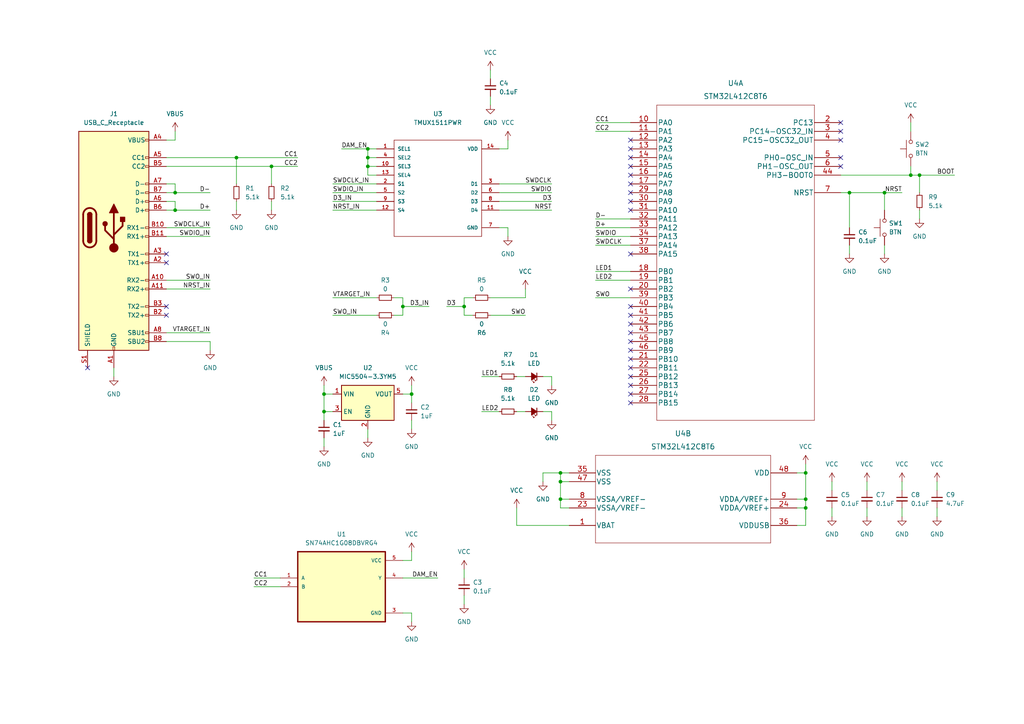
<source format=kicad_sch>
(kicad_sch (version 20211123) (generator eeschema)
  (paper "A4")
  (title_block (title "Debugotron - SWD Sample Target") (date "2022-01-23") (rev "1.0") (company "Quesadillon LLC"))
  (lib_symbols
    (symbol "Connector:USB_C_Receptacle" (pin_names (offset 1.016))
      (property "Reference" "J" (at -10.16 29.21 0))
      (property "Value" "USB_C_Receptacle" (at 10.16 29.21 0))
      (symbol "USB_C_Receptacle_0_0"
        (rectangle (start -0.254 -35.56) (end 0.254 -34.544))
        (rectangle (start 10.16 -32.766) (end 9.144 -33.274))
        (rectangle (start 10.16 -30.226) (end 9.144 -30.734))
        (rectangle (start 10.16 -25.146) (end 9.144 -25.654))
        (rectangle (start 10.16 -22.606) (end 9.144 -23.114))
        (rectangle (start 10.16 -17.526) (end 9.144 -18.034))
        (rectangle (start 10.16 -14.986) (end 9.144 -15.494))
        (rectangle (start 10.16 -9.906) (end 9.144 -10.414))
        (rectangle (start 10.16 -7.366) (end 9.144 -7.874))
        (rectangle (start 10.16 -2.286) (end 9.144 -2.794))
        (rectangle (start 10.16 0.254) (end 9.144 -0.254))
        (rectangle (start 10.16 5.334) (end 9.144 4.826))
        (rectangle (start 10.16 7.874) (end 9.144 7.366))
        (rectangle (start 10.16 10.414) (end 9.144 9.906))
        (rectangle (start 10.16 12.954) (end 9.144 12.446))
        (rectangle (start 10.16 18.034) (end 9.144 17.526))
        (rectangle (start 10.16 20.574) (end 9.144 20.066))
        (rectangle (start 10.16 25.654) (end 9.144 25.146))
      )
      (symbol "USB_C_Receptacle_0_1"
        (rectangle (start -10.16 27.94) (end 10.16 -35.56) (stroke (width 0.254)) (fill (type background)))
        (arc (start -8.89 -3.81) (mid -6.985 -5.715) (end -5.08 -3.81) (stroke (width 0.508)))
        (arc (start -7.62 -3.81) (mid -6.985 -4.445) (end -6.35 -3.81) (stroke (width 0.254)))
        (arc (start -7.62 -3.81) (mid -6.985 -4.445) (end -6.35 -3.81) (stroke (width 0.254)) (fill (type outline)))
        (rectangle (start -7.62 -3.81) (end -6.35 3.81) (stroke (width 0.254)) (fill (type outline)))
        (arc (start -6.35 3.81) (mid -6.985 4.445) (end -7.62 3.81) (stroke (width 0.254)))
        (arc (start -6.35 3.81) (mid -6.985 4.445) (end -7.62 3.81) (stroke (width 0.254)) (fill (type outline)))
        (arc (start -5.08 3.81) (mid -6.985 5.715) (end -8.89 3.81) (stroke (width 0.508)))
        (polyline (pts (xy -8.89 -3.81) (xy -8.89 3.81)) (stroke (width 0.508)))
        (polyline (pts (xy -5.08 3.81) (xy -5.08 -3.81)) (stroke (width 0.508)))
      )
      (symbol "USB_C_Receptacle_1_1"
        (circle (center -2.54 1.143) (radius 0.635) (stroke (width 0.254)) (fill (type outline)))
        (circle (center 0 -5.842) (radius 1.27) (fill (type outline)))
        (polyline (pts (xy 0 -5.842) (xy 0 4.318)) (stroke (width 0.508)))
        (polyline (pts (xy 0 -3.302) (xy -2.54 -0.762) (xy -2.54 0.508)) (stroke (width 0.508)))
        (polyline (pts (xy 0 -2.032) (xy 2.54 0.508) (xy 2.54 1.778)) (stroke (width 0.508)))
        (polyline (pts (xy -1.27 4.318) (xy 0 6.858) (xy 1.27 4.318) (xy -1.27 4.318)) (stroke (width 0.254)) (fill (type outline)))
        (rectangle (start 1.905 1.778) (end 3.175 3.048) (stroke (width 0.254)) (fill (type outline)))
        (pin passive line (at 0 -40.64 90) (length 5.08) (name "GND") (number "A1"))
        (pin bidirectional line (at 15.24 -15.24 180) (length 5.08) (name "RX2-") (number "A10"))
        (pin bidirectional line (at 15.24 -17.78 180) (length 5.08) (name "RX2+") (number "A11"))
        (pin passive line (at 0 -40.64 90) (length 5.08) hide (name "GND") (number "A12"))
        (pin bidirectional line (at 15.24 -10.16 180) (length 5.08) (name "TX1+") (number "A2"))
        (pin bidirectional line (at 15.24 -7.62 180) (length 5.08) (name "TX1-") (number "A3"))
        (pin passive line (at 15.24 25.4 180) (length 5.08) (name "VBUS") (number "A4"))
        (pin bidirectional line (at 15.24 20.32 180) (length 5.08) (name "CC1") (number "A5"))
        (pin bidirectional line (at 15.24 7.62 180) (length 5.08) (name "D+") (number "A6"))
        (pin bidirectional line (at 15.24 12.7 180) (length 5.08) (name "D-") (number "A7"))
        (pin bidirectional line (at 15.24 -30.48 180) (length 5.08) (name "SBU1") (number "A8"))
        (pin passive line (at 15.24 25.4 180) (length 5.08) hide (name "VBUS") (number "A9"))
        (pin passive line (at 0 -40.64 90) (length 5.08) hide (name "GND") (number "B1"))
        (pin bidirectional line (at 15.24 0 180) (length 5.08) (name "RX1-") (number "B10"))
        (pin bidirectional line (at 15.24 -2.54 180) (length 5.08) (name "RX1+") (number "B11"))
        (pin passive line (at 0 -40.64 90) (length 5.08) hide (name "GND") (number "B12"))
        (pin bidirectional line (at 15.24 -25.4 180) (length 5.08) (name "TX2+") (number "B2"))
        (pin bidirectional line (at 15.24 -22.86 180) (length 5.08) (name "TX2-") (number "B3"))
        (pin passive line (at 15.24 25.4 180) (length 5.08) hide (name "VBUS") (number "B4"))
        (pin bidirectional line (at 15.24 17.78 180) (length 5.08) (name "CC2") (number "B5"))
        (pin bidirectional line (at 15.24 5.08 180) (length 5.08) (name "D+") (number "B6"))
        (pin bidirectional line (at 15.24 10.16 180) (length 5.08) (name "D-") (number "B7"))
        (pin bidirectional line (at 15.24 -33.02 180) (length 5.08) (name "SBU2") (number "B8"))
        (pin passive line (at 15.24 25.4 180) (length 5.08) hide (name "VBUS") (number "B9"))
        (pin passive line (at -7.62 -40.64 90) (length 5.08) (name "SHIELD") (number "S1"))
      )
    )
    (symbol "Device:C_Small" (pin_numbers hide) (pin_names (offset 0.254) hide)
      (property "Reference" "C" (at 0.254 1.778 0))
      (property "Value" "C_Small" (at 0.254 -2.032 0))
      (symbol "C_Small_0_1"
        (polyline (pts (xy -1.524 -0.508) (xy 1.524 -0.508)) (stroke (width 0.3302)))
        (polyline (pts (xy -1.524 0.508) (xy 1.524 0.508)) (stroke (width 0.3048)))
      )
      (symbol "C_Small_1_1"
        (pin passive line (at 0 2.54 270) (length 2.032) (name "~") (number "1"))
        (pin passive line (at 0 -2.54 90) (length 2.032) (name "~") (number "2"))
      )
    )
    (symbol "Device:LED_Small_Filled" (pin_numbers hide) (pin_names (offset 0.254) hide)
      (property "Reference" "D" (at -1.27 3.175 0))
      (property "Value" "LED_Small_Filled" (at -4.445 -2.54 0))
      (symbol "LED_Small_Filled_0_1"
        (polyline (pts (xy -0.762 -1.016) (xy -0.762 1.016)) (stroke (width 0.254)))
        (polyline (pts (xy 1.016 0) (xy -0.762 0)))
        (polyline (pts (xy 0.762 -1.016) (xy -0.762 0) (xy 0.762 1.016) (xy 0.762 -1.016)) (stroke (width 0.254)) (fill (type outline)))
        (polyline (pts (xy 0 0.762) (xy -0.508 1.27) (xy -0.254 1.27) (xy -0.508 1.27) (xy -0.508 1.016)))
        (polyline (pts (xy 0.508 1.27) (xy 0 1.778) (xy 0.254 1.778) (xy 0 1.778) (xy 0 1.524)))
      )
      (symbol "LED_Small_Filled_1_1"
        (pin passive line (at -2.54 0 0) (length 1.778) (name "K") (number "1"))
        (pin passive line (at 2.54 0 180) (length 1.778) (name "A") (number "2"))
      )
    )
    (symbol "Device:R_Small" (pin_numbers hide) (pin_names (offset 0.254) hide)
      (property "Reference" "R" (at 0.762 0.508 0))
      (property "Value" "R_Small" (at 0.762 -1.016 0))
      (symbol "R_Small_0_1"
        (rectangle (start -0.762 1.778) (end 0.762 -1.778) (stroke (width 0.2032)))
      )
      (symbol "R_Small_1_1"
        (pin passive line (at 0 2.54 270) (length 0.762) (name "~") (number "1"))
        (pin passive line (at 0 -2.54 90) (length 0.762) (name "~") (number "2"))
      )
    )
    (symbol "Regulator_Linear:MIC5504-3.3YM5"
      (property "Reference" "U" (at -7.62 8.89 0))
      (property "Value" "MIC5504-3.3YM5" (at -7.62 6.35 0))
      (symbol "MIC5504-3.3YM5_0_1"
        (rectangle (start -7.62 -5.08) (end 7.62 5.08) (stroke (width 0.254)) (fill (type background)))
      )
      (symbol "MIC5504-3.3YM5_1_1"
        (pin power_in line (at -10.16 2.54 0) (length 2.54) (name "VIN") (number "1"))
        (pin power_in line (at 0 -7.62 90) (length 2.54) (name "GND") (number "2"))
        (pin input line (at -10.16 -2.54 0) (length 2.54) (name "EN") (number "3"))
        (pin no_connect line (at 7.62 -2.54 180) (length 2.54) hide (name "NC") (number "4"))
        (pin power_out line (at 10.16 2.54 180) (length 2.54) (name "VOUT") (number "5"))
      )
    )
    (symbol "Switch:SW_Push" (pin_numbers hide) (pin_names (offset 1.016) hide)
      (property "Reference" "SW" (at 1.27 2.54 0))
      (property "Value" "SW_Push" (at 0 -1.524 0))
      (symbol "SW_Push_0_1"
        (circle (center -2.032 0) (radius 0.508))
        (polyline (pts (xy 0 1.27) (xy 0 3.048)))
        (polyline (pts (xy 2.54 1.27) (xy -2.54 1.27)))
        (circle (center 2.032 0) (radius 0.508))
        (pin passive line (at -5.08 0 0) (length 2.54) (name "1") (number "1"))
        (pin passive line (at 5.08 0 180) (length 2.54) (name "2") (number "2"))
      )
    )
    (symbol "power:GND" (power) (pin_names (offset 0))
      (property "Value" "GND" (at 0 -3.81 0))
      (symbol "GND_0_1"
        (polyline (pts (xy 0 0) (xy 0 -1.27) (xy 1.27 -1.27) (xy 0 -2.54) (xy -1.27 -1.27) (xy 0 -1.27)))
      )
      (symbol "GND_1_1"
        (pin power_in line (at 0 0 270) (length 0) hide (name "GND") (number "1"))
      )
    )
    (symbol "power:VBUS" (power) (pin_names (offset 0))
      (property "Value" "VBUS" (at 0 3.81 0))
      (symbol "VBUS_0_1"
        (polyline (pts (xy -0.762 1.27) (xy 0 2.54)))
        (polyline (pts (xy 0 0) (xy 0 2.54)))
        (polyline (pts (xy 0 2.54) (xy 0.762 1.27)))
      )
      (symbol "VBUS_1_1"
        (pin power_in line (at 0 0 90) (length 0) hide (name "VBUS") (number "1"))
      )
    )
    (symbol "power:VCC" (power) (pin_names (offset 0))
      (property "Value" "VCC" (at 0 3.81 0))
      (symbol "VCC_0_1"
        (polyline (pts (xy -0.762 1.27) (xy 0 2.54)))
        (polyline (pts (xy 0 0) (xy 0 2.54)))
        (polyline (pts (xy 0 2.54) (xy 0.762 1.27)))
      )
      (symbol "VCC_1_1"
        (pin power_in line (at 0 0 90) (length 0) hide (name "VCC") (number "1"))
      )
    )
    (symbol "snapeda:SN74AHC1G08DBVRG4" (pin_names (offset 1.016))
      (property "Reference" "U" (at -12.7 11.1506 0))
      (property "Value" "SN74AHC1G08DBVRG4" (at -12.7 -14.1478 0))
      (symbol "SN74AHC1G08DBVRG4_0_0"
        (rectangle (start -12.7 -10.16) (end 12.7 10.16) (stroke (width 0.4064)) (fill (type background)))
        (pin input line (at -17.78 2.54 0) (length 5.08) (name "A") (number "1"))
        (pin input line (at -17.78 0 0) (length 5.08) (name "B") (number "2"))
        (pin power_in line (at 17.78 -7.62 180) (length 5.08) (name "GND") (number "3"))
        (pin output line (at 17.78 2.54 180) (length 5.08) (name "Y") (number "4"))
        (pin power_in line (at 17.78 7.62 180) (length 5.08) (name "VCC") (number "5"))
      )
    )
    (symbol "snapeda:TMUX1511PWR" (pin_names (offset 1.016))
      (property "Reference" "U?" (at 0 20.32 0))
      (property "Value" "TMUX1511PWR" (at 0 17.78 0))
      (symbol "TMUX1511PWR_0_0"
        (pin input line (at -17.78 10.16 0) (length 5.08) (name "SEL1") (number "1"))
        (pin input line (at -17.78 5.08 0) (length 5.08) (name "SEL3") (number "10"))
        (pin bidirectional line (at 17.78 -7.62 180) (length 5.08) (name "D4") (number "11"))
        (pin bidirectional line (at -17.78 -7.62 0) (length 5.08) (name "S4") (number "12"))
        (pin input line (at -17.78 2.54 0) (length 5.08) (name "SEL4") (number "13"))
        (pin power_in line (at 17.78 10.16 180) (length 5.08) (name "VDD") (number "14"))
        (pin bidirectional line (at -17.78 0 0) (length 5.08) (name "S1") (number "2"))
        (pin bidirectional line (at 17.78 0 180) (length 5.08) (name "D1") (number "3"))
        (pin input line (at -17.78 7.62 0) (length 5.08) (name "SEL2") (number "4"))
        (pin bidirectional line (at -17.78 -2.54 0) (length 5.08) (name "S2") (number "5"))
        (pin bidirectional line (at 17.78 -2.54 180) (length 5.08) (name "D2") (number "6"))
        (pin power_in line (at 17.78 -12.7 180) (length 5.08) (name "GND") (number "7"))
        (pin bidirectional line (at 17.78 -5.08 180) (length 5.08) (name "D3") (number "8"))
        (pin bidirectional line (at -17.78 -5.08 0) (length 5.08) (name "S3") (number "9"))
      )
      (symbol "TMUX1511PWR_0_1"
        (rectangle (start -12.7 12.7) (end 12.7 -15.24) (stroke (width 0.1524)))
      )
    )
    (symbol "ultralibrarian:STM32L412C8T6" (pin_names (offset 0.254))
      (property "Reference" "U" (at 0 53.34 0))
      (property "Value" "STM32L412C8T6" (at 0 50.8 0))
      (symbol "STM32L412C8T6_1_1"
        (polyline (pts (xy -22.86 -45.72) (xy 22.86 -45.72)) (stroke (width 0.127)))
        (polyline (pts (xy -22.86 45.72) (xy -22.86 -45.72)) (stroke (width 0.127)))
        (polyline (pts (xy 22.86 -45.72) (xy 22.86 45.72)) (stroke (width 0.127)))
        (polyline (pts (xy 22.86 45.72) (xy -22.86 45.72)) (stroke (width 0.127)))
        (pin bidirectional line (at -30.48 40.64 0) (length 7.62) (name "PA0") (number "10"))
        (pin bidirectional line (at -30.48 38.1 0) (length 7.62) (name "PA1") (number "11"))
        (pin bidirectional line (at -30.48 35.56 0) (length 7.62) (name "PA2") (number "12"))
        (pin bidirectional line (at -30.48 33.02 0) (length 7.62) (name "PA3") (number "13"))
        (pin bidirectional line (at -30.48 30.48 0) (length 7.62) (name "PA4") (number "14"))
        (pin bidirectional line (at -30.48 27.94 0) (length 7.62) (name "PA5") (number "15"))
        (pin bidirectional line (at -30.48 25.4 0) (length 7.62) (name "PA6") (number "16"))
        (pin bidirectional line (at -30.48 22.86 0) (length 7.62) (name "PA7") (number "17"))
        (pin bidirectional line (at -30.48 -2.54 0) (length 7.62) (name "PB0") (number "18"))
        (pin bidirectional line (at -30.48 -5.08 0) (length 7.62) (name "PB1") (number "19"))
        (pin bidirectional line (at 30.48 40.64 180) (length 7.62) (name "PC13") (number "2"))
        (pin bidirectional line (at -30.48 -7.62 0) (length 7.62) (name "PB2") (number "20"))
        (pin bidirectional line (at -30.48 -27.94 0) (length 7.62) (name "PB10") (number "21"))
        (pin bidirectional line (at -30.48 -30.48 0) (length 7.62) (name "PB11") (number "22"))
        (pin bidirectional line (at -30.48 -33.02 0) (length 7.62) (name "PB12") (number "25"))
        (pin bidirectional line (at -30.48 -35.56 0) (length 7.62) (name "PB13") (number "26"))
        (pin bidirectional line (at -30.48 -38.1 0) (length 7.62) (name "PB14") (number "27"))
        (pin bidirectional line (at -30.48 -40.64 0) (length 7.62) (name "PB15") (number "28"))
        (pin bidirectional line (at -30.48 20.32 0) (length 7.62) (name "PA8") (number "29"))
        (pin bidirectional line (at 30.48 38.1 180) (length 7.62) (name "PC14-OSC32_IN") (number "3"))
        (pin bidirectional line (at -30.48 17.78 0) (length 7.62) (name "PA9") (number "30"))
        (pin bidirectional line (at -30.48 15.24 0) (length 7.62) (name "PA10") (number "31"))
        (pin bidirectional line (at -30.48 12.7 0) (length 7.62) (name "PA11") (number "32"))
        (pin bidirectional line (at -30.48 10.16 0) (length 7.62) (name "PA12") (number "33"))
        (pin bidirectional line (at -30.48 7.62 0) (length 7.62) (name "PA13") (number "34"))
        (pin bidirectional line (at -30.48 5.08 0) (length 7.62) (name "PA14") (number "37"))
        (pin bidirectional line (at -30.48 2.54 0) (length 7.62) (name "PA15") (number "38"))
        (pin bidirectional line (at -30.48 -10.16 0) (length 7.62) (name "PB3") (number "39"))
        (pin bidirectional line (at 30.48 35.56 180) (length 7.62) (name "PC15-OSC32_OUT") (number "4"))
        (pin bidirectional line (at -30.48 -12.7 0) (length 7.62) (name "PB4") (number "40"))
        (pin bidirectional line (at -30.48 -15.24 0) (length 7.62) (name "PB5") (number "41"))
        (pin bidirectional line (at -30.48 -17.78 0) (length 7.62) (name "PB6") (number "42"))
        (pin bidirectional line (at -30.48 -20.32 0) (length 7.62) (name "PB7") (number "43"))
        (pin bidirectional line (at 30.48 25.4 180) (length 7.62) (name "PH3-BOOT0") (number "44"))
        (pin bidirectional line (at -30.48 -22.86 0) (length 7.62) (name "PB8") (number "45"))
        (pin bidirectional line (at -30.48 -25.4 0) (length 7.62) (name "PB9") (number "46"))
        (pin bidirectional line (at 30.48 30.48 180) (length 7.62) (name "PH0-OSC_IN") (number "5"))
        (pin bidirectional line (at 30.48 27.94 180) (length 7.62) (name "PH1-OSC_OUT") (number "6"))
        (pin bidirectional line (at 30.48 20.32 180) (length 7.62) (name "NRST") (number "7"))
      )
      (symbol "STM32L412C8T6_2_1"
        (polyline (pts (xy -25.4 -12.7) (xy 25.4 -12.7)) (stroke (width 0.127)))
        (polyline (pts (xy -25.4 12.7) (xy -25.4 -12.7)) (stroke (width 0.127)))
        (polyline (pts (xy 25.4 -12.7) (xy 25.4 12.7)) (stroke (width 0.127)))
        (polyline (pts (xy 25.4 12.7) (xy -25.4 12.7)) (stroke (width 0.127)))
        (pin power_in line (at -33.02 -7.62 0) (length 7.62) (name "VBAT") (number "1"))
        (pin power_in line (at -33.02 -2.54 0) (length 7.62) (name "VSSA/VREF-") (number "23"))
        (pin power_in line (at 33.02 -2.54 180) (length 7.62) (name "VDDA/VREF+") (number "24"))
        (pin power_in line (at -33.02 7.62 0) (length 7.62) (name "VSS") (number "35"))
        (pin power_in line (at 33.02 -7.62 180) (length 7.62) (name "VDDUSB") (number "36"))
        (pin power_in line (at -33.02 5.08 0) (length 7.62) (name "VSS") (number "47"))
        (pin power_in line (at 33.02 7.62 180) (length 7.62) (name "VDD") (number "48"))
        (pin power_in line (at -33.02 0 0) (length 7.62) (name "VSSA/VREF-") (number "8"))
        (pin power_in line (at 33.02 0 180) (length 7.62) (name "VDDA/VREF+") (number "9"))
      )
    )
  )
  (junction (at 93.98 114.3))
  (junction (at 93.98 119.38))
  (junction (at 162.56 139.7))
  (junction (at 256.54 55.88))
  (junction (at 68.58 45.72))
  (junction (at 233.68 137.16))
  (junction (at 266.7 50.8))
  (junction (at 119.38 114.3))
  (junction (at 106.68 45.72))
  (junction (at 264.16 50.8))
  (junction (at 106.68 43.18))
  (junction (at 50.8 55.88))
  (junction (at 246.38 55.88))
  (junction (at 162.56 144.78))
  (junction (at 233.68 147.32))
  (junction (at 50.8 60.96))
  (junction (at 78.74 48.26))
  (junction (at 233.68 144.78))
  (junction (at 134.62 88.9))
  (junction (at 162.56 137.16))
  (junction (at 106.68 48.26))
  (junction (at 116.84 88.9))
  (no_connect (at 182.88 109.22))
  (no_connect (at 182.88 111.76))
  (no_connect (at 182.88 114.3))
  (no_connect (at 182.88 116.84))
  (no_connect (at 182.88 96.52))
  (no_connect (at 182.88 99.06))
  (no_connect (at 182.88 101.6))
  (no_connect (at 182.88 104.14))
  (no_connect (at 182.88 106.68))
  (no_connect (at 182.88 40.64))
  (no_connect (at 182.88 91.44))
  (no_connect (at 182.88 93.98))
  (no_connect (at 182.88 88.9))
  (no_connect (at 182.88 43.18))
  (no_connect (at 182.88 45.72))
  (no_connect (at 182.88 48.26))
  (no_connect (at 182.88 50.8))
  (no_connect (at 182.88 53.34))
  (no_connect (at 182.88 55.88))
  (no_connect (at 182.88 58.42))
  (no_connect (at 182.88 60.96))
  (no_connect (at 182.88 73.66))
  (no_connect (at 182.88 83.82))
  (no_connect (at 25.4 106.68))
  (no_connect (at 48.26 73.66))
  (no_connect (at 48.26 76.2))
  (no_connect (at 48.26 88.9))
  (no_connect (at 48.26 91.44))
  (no_connect (at 243.84 48.26))
  (no_connect (at 243.84 45.72))
  (no_connect (at 243.84 38.1))
  (no_connect (at 243.84 40.64))
  (no_connect (at 243.84 35.56))
  (wire (pts (xy 233.68 137.16) (xy 231.14 137.16)))
  (wire (pts (xy 233.68 144.78) (xy 233.68 147.32)))
  (wire (pts (xy 99.06 43.18) (xy 106.68 43.18)))
  (wire (pts (xy 48.26 68.58) (xy 60.96 68.58)))
  (wire (pts (xy 48.26 58.42) (xy 50.8 58.42)))
  (wire (pts (xy 264.16 50.8) (xy 266.7 50.8)))
  (wire (pts (xy 172.72 38.1) (xy 182.88 38.1)))
  (wire (pts (xy 50.8 40.64) (xy 48.26 40.64)))
  (wire (pts (xy 48.26 53.34) (xy 50.8 53.34)))
  (wire (pts (xy 93.98 114.3) (xy 96.52 114.3)))
  (wire (pts (xy 271.78 147.32) (xy 271.78 149.86)))
  (wire (pts (xy 106.68 50.8) (xy 109.22 50.8)))
  (wire (pts (xy 172.72 68.58) (xy 182.88 68.58)))
  (wire (pts (xy 106.68 45.72) (xy 109.22 45.72)))
  (wire (pts (xy 144.78 53.34) (xy 160.02 53.34)))
  (wire (pts (xy 50.8 55.88) (xy 60.96 55.88)))
  (wire (pts (xy 134.62 172.72) (xy 134.62 175.26)))
  (wire (pts (xy 68.58 45.72) (xy 68.58 53.34)))
  (wire (pts (xy 233.68 147.32) (xy 231.14 147.32)))
  (wire (pts (xy 160.02 119.38) (xy 160.02 121.92)))
  (wire (pts (xy 96.52 119.38) (xy 93.98 119.38)))
  (wire (pts (xy 157.48 109.22) (xy 160.02 109.22)))
  (wire (pts (xy 134.62 91.44) (xy 137.16 91.44)))
  (wire (pts (xy 60.96 99.06) (xy 60.96 101.6)))
  (wire (pts (xy 48.26 83.82) (xy 60.96 83.82)))
  (wire (pts (xy 142.24 27.94) (xy 142.24 30.48)))
  (wire (pts (xy 243.84 50.8) (xy 264.16 50.8)))
  (wire (pts (xy 172.72 63.5) (xy 182.88 63.5)))
  (wire (pts (xy 119.38 177.8) (xy 116.84 177.8)))
  (wire (pts (xy 137.16 86.36) (xy 134.62 86.36)))
  (wire (pts (xy 172.72 71.12) (xy 182.88 71.12)))
  (wire (pts (xy 33.02 106.68) (xy 33.02 109.22)))
  (wire (pts (xy 142.24 20.32) (xy 142.24 22.86)))
  (wire (pts (xy 256.54 71.12) (xy 256.54 73.66)))
  (wire (pts (xy 106.68 43.18) (xy 106.68 45.72)))
  (wire (pts (xy 119.38 114.3) (xy 116.84 114.3)))
  (wire (pts (xy 106.68 48.26) (xy 109.22 48.26)))
  (wire (pts (xy 134.62 86.36) (xy 134.62 88.9)))
  (wire (pts (xy 162.56 139.7) (xy 165.1 139.7)))
  (wire (pts (xy 119.38 160.02) (xy 119.38 162.56)))
  (wire (pts (xy 93.98 111.76) (xy 93.98 114.3)))
  (wire (pts (xy 50.8 55.88) (xy 48.26 55.88)))
  (wire (pts (xy 106.68 124.46) (xy 106.68 127)))
  (wire (pts (xy 149.86 147.32) (xy 149.86 152.4)))
  (wire (pts (xy 157.48 137.16) (xy 157.48 139.7)))
  (wire (pts (xy 73.66 167.64) (xy 81.28 167.64)))
  (wire (pts (xy 96.52 58.42) (xy 109.22 58.42)))
  (wire (pts (xy 147.32 43.18) (xy 144.78 43.18)))
  (wire (pts (xy 271.78 139.7) (xy 271.78 142.24)))
  (wire (pts (xy 149.86 152.4) (xy 165.1 152.4)))
  (wire (pts (xy 116.84 88.9) (xy 116.84 91.44)))
  (wire (pts (xy 233.68 137.16) (xy 233.68 144.78)))
  (wire (pts (xy 96.52 86.36) (xy 109.22 86.36)))
  (wire (pts (xy 233.68 144.78) (xy 231.14 144.78)))
  (wire (pts (xy 93.98 119.38) (xy 93.98 114.3)))
  (wire (pts (xy 165.1 147.32) (xy 162.56 147.32)))
  (wire (pts (xy 147.32 66.04) (xy 144.78 66.04)))
  (wire (pts (xy 256.54 55.88) (xy 261.62 55.88)))
  (wire (pts (xy 241.3 147.32) (xy 241.3 149.86)))
  (wire (pts (xy 157.48 119.38) (xy 160.02 119.38)))
  (wire (pts (xy 241.3 139.7) (xy 241.3 142.24)))
  (wire (pts (xy 48.26 81.28) (xy 60.96 81.28)))
  (wire (pts (xy 144.78 60.96) (xy 160.02 60.96)))
  (wire (pts (xy 144.78 55.88) (xy 160.02 55.88)))
  (wire (pts (xy 50.8 60.96) (xy 60.96 60.96)))
  (wire (pts (xy 246.38 55.88) (xy 256.54 55.88)))
  (wire (pts (xy 162.56 144.78) (xy 165.1 144.78)))
  (wire (pts (xy 233.68 152.4) (xy 231.14 152.4)))
  (wire (pts (xy 162.56 137.16) (xy 165.1 137.16)))
  (wire (pts (xy 50.8 58.42) (xy 50.8 60.96)))
  (wire (pts (xy 114.3 86.36) (xy 116.84 86.36)))
  (wire (pts (xy 96.52 53.34) (xy 109.22 53.34)))
  (wire (pts (xy 93.98 127) (xy 93.98 129.54)))
  (wire (pts (xy 152.4 83.82) (xy 152.4 86.36)))
  (wire (pts (xy 251.46 147.32) (xy 251.46 149.86)))
  (wire (pts (xy 116.84 88.9) (xy 124.46 88.9)))
  (wire (pts (xy 48.26 96.52) (xy 60.96 96.52)))
  (wire (pts (xy 233.68 134.62) (xy 233.68 137.16)))
  (wire (pts (xy 78.74 48.26) (xy 78.74 53.34)))
  (wire (pts (xy 119.38 162.56) (xy 116.84 162.56)))
  (wire (pts (xy 149.86 109.22) (xy 152.4 109.22)))
  (wire (pts (xy 68.58 45.72) (xy 86.36 45.72)))
  (wire (pts (xy 78.74 58.42) (xy 78.74 60.96)))
  (wire (pts (xy 256.54 55.88) (xy 256.54 60.96)))
  (wire (pts (xy 139.7 119.38) (xy 144.78 119.38)))
  (wire (pts (xy 106.68 48.26) (xy 106.68 50.8)))
  (wire (pts (xy 48.26 66.04) (xy 60.96 66.04)))
  (wire (pts (xy 142.24 91.44) (xy 152.4 91.44)))
  (wire (pts (xy 134.62 165.1) (xy 134.62 167.64)))
  (wire (pts (xy 96.52 60.96) (xy 109.22 60.96)))
  (wire (pts (xy 96.52 55.88) (xy 109.22 55.88)))
  (wire (pts (xy 93.98 119.38) (xy 93.98 121.92)))
  (wire (pts (xy 162.56 139.7) (xy 162.56 137.16)))
  (wire (pts (xy 139.7 109.22) (xy 144.78 109.22)))
  (wire (pts (xy 162.56 137.16) (xy 157.48 137.16)))
  (wire (pts (xy 172.72 66.04) (xy 182.88 66.04)))
  (wire (pts (xy 78.74 48.26) (xy 86.36 48.26)))
  (wire (pts (xy 172.72 86.36) (xy 182.88 86.36)))
  (wire (pts (xy 261.62 139.7) (xy 261.62 142.24)))
  (wire (pts (xy 106.68 45.72) (xy 106.68 48.26)))
  (wire (pts (xy 172.72 78.74) (xy 182.88 78.74)))
  (wire (pts (xy 147.32 68.58) (xy 147.32 66.04)))
  (wire (pts (xy 144.78 58.42) (xy 160.02 58.42)))
  (wire (pts (xy 261.62 147.32) (xy 261.62 149.86)))
  (wire (pts (xy 48.26 48.26) (xy 78.74 48.26)))
  (wire (pts (xy 162.56 144.78) (xy 162.56 139.7)))
  (wire (pts (xy 48.26 45.72) (xy 68.58 45.72)))
  (wire (pts (xy 129.54 88.9) (xy 134.62 88.9)))
  (wire (pts (xy 246.38 71.12) (xy 246.38 73.66)))
  (wire (pts (xy 172.72 81.28) (xy 182.88 81.28)))
  (wire (pts (xy 119.38 111.76) (xy 119.38 114.3)))
  (wire (pts (xy 149.86 119.38) (xy 152.4 119.38)))
  (wire (pts (xy 50.8 38.1) (xy 50.8 40.64)))
  (wire (pts (xy 119.38 180.34) (xy 119.38 177.8)))
  (wire (pts (xy 116.84 86.36) (xy 116.84 88.9)))
  (wire (pts (xy 243.84 55.88) (xy 246.38 55.88)))
  (wire (pts (xy 264.16 48.26) (xy 264.16 50.8)))
  (wire (pts (xy 172.72 35.56) (xy 182.88 35.56)))
  (wire (pts (xy 233.68 147.32) (xy 233.68 152.4)))
  (wire (pts (xy 251.46 139.7) (xy 251.46 142.24)))
  (wire (pts (xy 116.84 91.44) (xy 114.3 91.44)))
  (wire (pts (xy 266.7 50.8) (xy 266.7 55.88)))
  (wire (pts (xy 48.26 60.96) (xy 50.8 60.96)))
  (wire (pts (xy 48.26 99.06) (xy 60.96 99.06)))
  (wire (pts (xy 264.16 35.56) (xy 264.16 38.1)))
  (wire (pts (xy 73.66 170.18) (xy 81.28 170.18)))
  (wire (pts (xy 147.32 40.64) (xy 147.32 43.18)))
  (wire (pts (xy 134.62 88.9) (xy 134.62 91.44)))
  (wire (pts (xy 109.22 43.18) (xy 106.68 43.18)))
  (wire (pts (xy 96.52 91.44) (xy 109.22 91.44)))
  (wire (pts (xy 50.8 53.34) (xy 50.8 55.88)))
  (wire (pts (xy 266.7 50.8) (xy 276.86 50.8)))
  (wire (pts (xy 142.24 86.36) (xy 152.4 86.36)))
  (wire (pts (xy 160.02 109.22) (xy 160.02 111.76)))
  (wire (pts (xy 246.38 55.88) (xy 246.38 66.04)))
  (wire (pts (xy 266.7 60.96) (xy 266.7 63.5)))
  (wire (pts (xy 162.56 147.32) (xy 162.56 144.78)))
  (wire (pts (xy 68.58 58.42) (xy 68.58 60.96)))
  (wire (pts (xy 116.84 167.64) (xy 127 167.64)))
  (wire (pts (xy 119.38 121.92) (xy 119.38 124.46)))
  (wire (pts (xy 119.38 114.3) (xy 119.38 116.84)))
  (label "D3_IN" (at 124.46 88.9 180))
  (label "CC1" (at 172.72 35.56 0))
  (label "VTARGET_IN" (at 96.52 86.36 0))
  (label "SWDCLK" (at 160.02 53.34 180))
  (label "CC1" (at 73.66 167.64 0))
  (label "LED2" (at 139.7 119.38 0))
  (label "NRST_IN" (at 60.96 83.82 180))
  (label "D3" (at 160.02 58.42 180))
  (label "CC1" (at 86.36 45.72 180))
  (label "D-" (at 60.96 55.88 180))
  (label "SWDCLK_IN" (at 60.96 66.04 180))
  (label "SWDCLK" (at 172.72 71.12 0))
  (label "D+" (at 60.96 60.96 180))
  (label "DAM_EN" (at 99.06 43.18 0))
  (label "CC2" (at 86.36 48.26 180))
  (label "DAM_EN" (at 127 167.64 180))
  (label "SWO_IN" (at 96.52 91.44 0))
  (label "D+" (at 172.72 66.04 0))
  (label "SWO_IN" (at 60.96 81.28 180))
  (label "LED2" (at 172.72 81.28 0))
  (label "LED1" (at 172.72 78.74 0))
  (label "SWDIO_IN" (at 60.96 68.58 180))
  (label "BOOT" (at 276.86 50.8 180))
  (label "LED1" (at 139.7 109.22 0))
  (label "NRST" (at 160.02 60.96 180))
  (label "SWDIO" (at 172.72 68.58 0))
  (label "SWO" (at 152.4 91.44 180))
  (label "NRST" (at 261.62 55.88 180))
  (label "D3_IN" (at 96.52 58.42 0))
  (label "CC2" (at 73.66 170.18 0))
  (label "D-" (at 172.72 63.5 0))
  (label "VTARGET_IN" (at 60.96 96.52 180))
  (label "SWDIO" (at 160.02 55.88 180))
  (label "CC2" (at 172.72 38.1 0))
  (label "SWDCLK_IN" (at 96.52 53.34 0))
  (label "SWDIO_IN" (at 96.52 55.88 0))
  (label "NRST_IN" (at 96.52 60.96 0))
  (label "D3" (at 129.54 88.9 0))
  (label "SWO" (at 172.72 86.36 0))
  (symbol (lib_id "Device:C_Small") (at 93.98 124.46 0) (unit 1)
    (property "Reference" "C1" (at 96.52 123.1962 0) (effects (justify left)))
    (property "Value" "1uF" (at 96.52 125.7362 0) (effects (justify left)))
    (property "Footprint" "Capacitor_SMD:C_0402_1005Metric" (effects hide))
  )
  (symbol (lib_id "snapeda:TMUX1511PWR") (at 127 53.34 0) (unit 1)
    (property "Reference" "U3" (at 127 33.02 0))
    (property "Value" "TMUX1511PWR" (at 127 35.56 0))
    (property "Footprint" "snapeda:SOP65P640X120-14N" (effects hide))
  )
  (symbol (lib_id "power:GND") (at 256.54 73.66 0) (unit 1)
    (property "Reference" "#PWR030" (effects hide))
    (property "Value" "GND" (at 256.54 78.74 0))
  )
  (symbol (lib_id "Device:R_Small") (at 266.7 58.42 0) (unit 1)
    (property "Reference" "R9" (at 269.24 57.1499 0) (effects (justify left)))
    (property "Value" "5.1k" (at 269.24 59.6899 0) (effects (justify left)))
    (property "Footprint" "Resistor_SMD:R_0402_1005Metric" (effects hide))
  )
  (symbol (lib_id "Device:R_Small") (at 147.32 119.38 90) (unit 1)
    (property "Reference" "R8" (at 147.32 113.03 90))
    (property "Value" "5.1k" (at 147.32 115.57 90))
    (property "Footprint" "Resistor_SMD:R_0402_1005Metric" (effects hide))
  )
  (symbol (lib_id "Device:R_Small") (at 147.32 109.22 90) (unit 1)
    (property "Reference" "R7" (at 147.32 102.87 90))
    (property "Value" "5.1k" (at 147.32 105.41 90))
    (property "Footprint" "Resistor_SMD:R_0402_1005Metric" (effects hide))
  )
  (symbol (lib_id "power:VCC") (at 119.38 111.76 0) (unit 1)
    (property "Reference" "#PWR09" (effects hide))
    (property "Value" "VCC" (at 119.38 106.68 0))
  )
  (symbol (lib_id "power:VCC") (at 152.4 83.82 0) (unit 1)
    (property "Reference" "#PWR020" (effects hide))
    (property "Value" "VCC" (at 152.4 78.74 0))
  )
  (symbol (lib_id "Device:C_Small") (at 142.24 25.4 0) (unit 1)
    (property "Reference" "C4" (at 144.78 24.1362 0) (effects (justify left)))
    (property "Value" "0.1uF" (at 144.78 26.6762 0) (effects (justify left)))
    (property "Footprint" "Capacitor_SMD:C_0402_1005Metric" (effects hide))
  )
  (symbol (lib_id "power:VCC") (at 149.86 147.32 0) (unit 1)
    (property "Reference" "#PWR019" (effects hide))
    (property "Value" "VCC" (at 149.86 142.24 0))
  )
  (symbol (lib_id "Device:C_Small") (at 251.46 144.78 0) (unit 1)
    (property "Reference" "C7" (at 254 143.5162 0) (effects (justify left)))
    (property "Value" "0.1uF" (at 254 146.0562 0) (effects (justify left)))
    (property "Footprint" "Capacitor_SMD:C_0402_1005Metric" (effects hide))
  )
  (symbol (lib_id "power:GND") (at 119.38 124.46 0) (unit 1)
    (property "Reference" "#PWR010" (effects hide))
    (property "Value" "GND" (at 119.38 129.54 0))
  )
  (symbol (lib_id "power:GND") (at 241.3 149.86 0) (unit 1)
    (property "Reference" "#PWR026" (effects hide))
    (property "Value" "GND" (at 241.3 154.94 0))
  )
  (symbol (lib_id "Device:LED_Small_Filled") (at 154.94 119.38 180) (unit 1)
    (property "Reference" "D2" (at 154.8765 113.03 0))
    (property "Value" "LED" (at 154.8765 115.57 0))
    (property "Footprint" "LED_SMD:LED_0603_1608Metric" (effects hide))
  )
  (symbol (lib_id "power:VCC") (at 261.62 139.7 0) (unit 1)
    (property "Reference" "#PWR031" (effects hide))
    (property "Value" "VCC" (at 261.62 134.62 0))
  )
  (symbol (lib_id "power:VCC") (at 134.62 165.1 0) (unit 1)
    (property "Reference" "#PWR013" (effects hide))
    (property "Value" "VCC" (at 134.62 160.02 0))
  )
  (symbol (lib_id "power:GND") (at 261.62 149.86 0) (unit 1)
    (property "Reference" "#PWR032" (effects hide))
    (property "Value" "GND" (at 261.62 154.94 0))
  )
  (symbol (lib_id "power:VCC") (at 251.46 139.7 0) (unit 1)
    (property "Reference" "#PWR028" (effects hide))
    (property "Value" "VCC" (at 251.46 134.62 0))
  )
  (symbol (lib_id "Device:R_Small") (at 139.7 91.44 90) (unit 1)
    (property "Reference" "R6" (at 139.7 96.52 90))
    (property "Value" "0" (at 139.7 93.98 90))
    (property "Footprint" "Resistor_SMD:R_0402_1005Metric" (effects hide))
  )
  (symbol (lib_id "power:GND") (at 271.78 149.86 0) (unit 1)
    (property "Reference" "#PWR036" (effects hide))
    (property "Value" "GND" (at 271.78 154.94 0))
  )
  (symbol (lib_id "power:VCC") (at 241.3 139.7 0) (unit 1)
    (property "Reference" "#PWR025" (effects hide))
    (property "Value" "VCC" (at 241.3 134.62 0))
  )
  (symbol (lib_id "Switch:SW_Push") (at 256.54 66.04 90) (unit 1)
    (property "Reference" "SW1" (at 257.81 64.7699 90) (effects (justify right)))
    (property "Value" "BTN" (at 257.81 67.3099 90) (effects (justify right)))
    (property "Footprint" "ultralibrarian:PTS820J25MSMTRLFS" (effects hide))
  )
  (symbol (lib_id "Regulator_Linear:MIC5504-3.3YM5") (at 106.68 116.84 0) (unit 1)
    (property "Reference" "U2" (at 106.68 106.68 0))
    (property "Value" "MIC5504-3.3YM5" (at 106.68 109.22 0))
    (property "Footprint" "Package_TO_SOT_SMD:SOT-23-5" (effects hide))
    (property "Datasheet" "http://ww1.microchip.com/downloads/en/DeviceDoc/MIC550X.pdf" (effects hide))
  )
  (symbol (lib_id "Device:R_Small") (at 111.76 91.44 90) (unit 1)
    (property "Reference" "R4" (at 111.76 96.52 90))
    (property "Value" "0" (at 111.76 93.98 90))
    (property "Footprint" "Resistor_SMD:R_0402_1005Metric" (effects hide))
  )
  (symbol (lib_id "power:GND") (at 134.62 175.26 0) (unit 1)
    (property "Reference" "#PWR014" (effects hide))
    (property "Value" "GND" (at 134.62 180.34 0))
  )
  (symbol (lib_id "power:GND") (at 266.7 63.5 0) (unit 1)
    (property "Reference" "#PWR034" (effects hide))
    (property "Value" "GND" (at 266.7 68.58 0))
  )
  (symbol (lib_id "power:VCC") (at 119.38 160.02 0) (unit 1)
    (property "Reference" "#PWR011" (effects hide))
    (property "Value" "VCC" (at 119.38 154.94 0))
  )
  (symbol (lib_id "power:VCC") (at 147.32 40.64 0) (unit 1)
    (property "Reference" "#PWR017" (effects hide))
    (property "Value" "VCC" (at 147.32 35.56 0))
  )
  (symbol (lib_id "Device:C_Small") (at 119.38 119.38 0) (unit 1)
    (property "Reference" "C2" (at 121.92 118.1162 0) (effects (justify left)))
    (property "Value" "1uF" (at 121.92 120.6562 0) (effects (justify left)))
    (property "Footprint" "Capacitor_SMD:C_0402_1005Metric" (effects hide))
  )
  (symbol (lib_id "Device:C_Small") (at 246.38 68.58 0) (unit 1)
    (property "Reference" "C6" (at 248.92 67.3162 0) (effects (justify left)))
    (property "Value" "0.1uF" (at 248.92 69.8562 0) (effects (justify left)))
    (property "Footprint" "Capacitor_SMD:C_0402_1005Metric" (effects hide))
  )
  (symbol (lib_id "power:GND") (at 93.98 129.54 0) (unit 1)
    (property "Reference" "#PWR07" (effects hide))
    (property "Value" "GND" (at 93.98 134.62 0))
  )
  (symbol (lib_id "power:GND") (at 60.96 101.6 0) (unit 1)
    (property "Reference" "#PWR03" (effects hide))
    (property "Value" "GND" (at 60.96 106.68 0))
  )
  (symbol (lib_id "power:VCC") (at 271.78 139.7 0) (unit 1)
    (property "Reference" "#PWR035" (effects hide))
    (property "Value" "VCC" (at 271.78 134.62 0))
  )
  (symbol (lib_id "power:GND") (at 147.32 68.58 0) (unit 1)
    (property "Reference" "#PWR018" (effects hide))
    (property "Value" "GND" (at 147.32 73.66 0))
  )
  (symbol (lib_id "Device:R_Small") (at 111.76 86.36 90) (unit 1)
    (property "Reference" "R3" (at 111.76 81.28 90))
    (property "Value" "0" (at 111.76 83.82 90))
    (property "Footprint" "Resistor_SMD:R_0402_1005Metric" (effects hide))
  )
  (symbol (lib_id "power:GND") (at 106.68 127 0) (unit 1)
    (property "Reference" "#PWR08" (effects hide))
    (property "Value" "GND" (at 106.68 132.08 0))
  )
  (symbol (lib_id "power:GND") (at 157.48 139.7 0) (unit 1)
    (property "Reference" "#PWR021" (effects hide))
    (property "Value" "GND" (at 157.48 144.78 0))
  )
  (symbol (lib_id "Device:R_Small") (at 78.74 55.88 0) (unit 1)
    (property "Reference" "R2" (at 81.28 54.6099 0) (effects (justify left)))
    (property "Value" "5.1k" (at 81.28 57.1499 0) (effects (justify left)))
    (property "Footprint" "Resistor_SMD:R_0402_1005Metric" (effects hide))
  )
  (symbol (lib_id "Device:C_Small") (at 261.62 144.78 0) (unit 1)
    (property "Reference" "C8" (at 264.16 143.5162 0) (effects (justify left)))
    (property "Value" "0.1uF" (at 264.16 146.0562 0) (effects (justify left)))
    (property "Footprint" "Capacitor_SMD:C_0402_1005Metric" (effects hide))
  )
  (symbol (lib_id "power:GND") (at 160.02 111.76 0) (unit 1)
    (property "Reference" "#PWR022" (effects hide))
    (property "Value" "GND" (at 160.02 116.84 0))
  )
  (symbol (lib_id "power:GND") (at 119.38 180.34 0) (unit 1)
    (property "Reference" "#PWR012" (effects hide))
    (property "Value" "GND" (at 119.38 185.42 0))
  )
  (symbol (lib_id "power:VCC") (at 142.24 20.32 0) (unit 1)
    (property "Reference" "#PWR015" (effects hide))
    (property "Value" "VCC" (at 142.24 15.24 0))
  )
  (symbol (lib_id "Connector:USB_C_Receptacle") (at 33.02 66.04 0) (unit 1)
    (property "Reference" "J1" (at 33.02 33.02 0))
    (property "Value" "USB_C_Receptacle" (at 33.02 35.56 0))
    (property "Footprint" "snapeda:GCT_USB4056-03-A_REVA_MOD" (effects hide))
    (property "Datasheet" "https://www.usb.org/sites/default/files/documents/usb_type-c.zip" (effects hide))
  )
  (symbol (lib_id "ultralibrarian:STM32L412C8T6") (at 198.12 144.78 0) (unit 2)
    (property "Reference" "U4" (at 198.12 125.73 0) (effects (font (size 1.524 1.524))))
    (property "Value" "STM32L412C8T6" (at 198.12 129.54 0) (effects (font (size 1.524 1.524))))
    (property "Footprint" "ultralibrarian:STM32L412C8T6" (effects hide))
  )
  (symbol (lib_id "power:VBUS") (at 93.98 111.76 0) (unit 1)
    (property "Reference" "#PWR06" (effects hide))
    (property "Value" "VBUS" (at 93.98 106.68 0))
  )
  (symbol (lib_id "power:GND") (at 251.46 149.86 0) (unit 1)
    (property "Reference" "#PWR029" (effects hide))
    (property "Value" "GND" (at 251.46 154.94 0))
  )
  (symbol (lib_id "power:GND") (at 78.74 60.96 0) (unit 1)
    (property "Reference" "#PWR05" (effects hide))
    (property "Value" "GND" (at 78.74 66.04 0))
  )
  (symbol (lib_id "power:GND") (at 142.24 30.48 0) (unit 1)
    (property "Reference" "#PWR016" (effects hide))
    (property "Value" "GND" (at 142.24 35.56 0))
  )
  (symbol (lib_id "power:GND") (at 246.38 73.66 0) (unit 1)
    (property "Reference" "#PWR027" (effects hide))
    (property "Value" "GND" (at 246.38 78.74 0))
  )
  (symbol (lib_id "Device:C_Small") (at 271.78 144.78 0) (unit 1)
    (property "Reference" "C9" (at 274.32 143.5162 0) (effects (justify left)))
    (property "Value" "4.7uF" (at 274.32 146.0562 0) (effects (justify left)))
    (property "Footprint" "Capacitor_SMD:C_0402_1005Metric" (effects hide))
  )
  (symbol (lib_id "Device:LED_Small_Filled") (at 154.94 109.22 180) (unit 1)
    (property "Reference" "D1" (at 154.8765 102.87 0))
    (property "Value" "LED" (at 154.8765 105.41 0))
    (property "Footprint" "LED_SMD:LED_0603_1608Metric" (effects hide))
  )
  (symbol (lib_id "ultralibrarian:STM32L412C8T6") (at 213.36 76.2 0) (unit 1)
    (property "Reference" "U4" (at 213.36 24.13 0) (effects (font (size 1.524 1.524))))
    (property "Value" "STM32L412C8T6" (at 213.36 27.94 0) (effects (font (size 1.524 1.524))))
    (property "Footprint" "ultralibrarian:STM32L412C8T6" (effects hide))
  )
  (symbol (lib_id "power:VCC") (at 233.68 134.62 0) (unit 1)
    (property "Reference" "#PWR024" (effects hide))
    (property "Value" "VCC" (at 233.68 129.54 0))
  )
  (symbol (lib_id "Switch:SW_Push") (at 264.16 43.18 90) (unit 1)
    (property "Reference" "SW2" (at 265.43 41.9099 90) (effects (justify right)))
    (property "Value" "BTN" (at 265.43 44.4499 90) (effects (justify right)))
    (property "Footprint" "ultralibrarian:PTS820J25MSMTRLFS" (effects hide))
  )
  (symbol (lib_id "Device:C_Small") (at 241.3 144.78 0) (unit 1)
    (property "Reference" "C5" (at 243.84 143.5162 0) (effects (justify left)))
    (property "Value" "0.1uF" (at 243.84 146.0562 0) (effects (justify left)))
    (property "Footprint" "Capacitor_SMD:C_0402_1005Metric" (effects hide))
  )
  (symbol (lib_id "power:GND") (at 33.02 109.22 0) (unit 1)
    (property "Reference" "#PWR01" (effects hide))
    (property "Value" "GND" (at 33.02 114.3 0))
  )
  (symbol (lib_id "Device:C_Small") (at 134.62 170.18 0) (unit 1)
    (property "Reference" "C3" (at 137.16 168.9162 0) (effects (justify left)))
    (property "Value" "0.1uF" (at 137.16 171.4562 0) (effects (justify left)))
    (property "Footprint" "Capacitor_SMD:C_0402_1005Metric" (effects hide))
  )
  (symbol (lib_id "power:GND") (at 68.58 60.96 0) (unit 1)
    (property "Reference" "#PWR04" (effects hide))
    (property "Value" "GND" (at 68.58 66.04 0))
  )
  (symbol (lib_id "power:VCC") (at 264.16 35.56 0) (unit 1)
    (property "Reference" "#PWR033" (effects hide))
    (property "Value" "VCC" (at 264.16 30.48 0))
  )
  (symbol (lib_id "Device:R_Small") (at 68.58 55.88 0) (unit 1)
    (property "Reference" "R1" (at 71.12 54.6099 0) (effects (justify left)))
    (property "Value" "5.1k" (at 71.12 57.1499 0) (effects (justify left)))
    (property "Footprint" "Resistor_SMD:R_0402_1005Metric" (effects hide))
  )
  (symbol (lib_id "snapeda:SN74AHC1G08DBVRG4") (at 99.06 170.18 0) (unit 1)
    (property "Reference" "U1" (at 99.06 154.94 0))
    (property "Value" "SN74AHC1G08DBVRG4" (at 99.06 157.48 0))
    (property "Footprint" "snapeda:SOT95P280X145-5N" (effects hide))
  )
  (symbol (lib_id "power:GND") (at 160.02 121.92 0) (unit 1)
    (property "Reference" "#PWR023" (effects hide))
    (property "Value" "GND" (at 160.02 127 0))
  )
  (symbol (lib_id "power:VBUS") (at 50.8 38.1 0) (unit 1)
    (property "Reference" "#PWR02" (effects hide))
    (property "Value" "VBUS" (at 50.8 33.02 0))
  )
  (symbol (lib_id "Device:R_Small") (at 139.7 86.36 90) (unit 1)
    (property "Reference" "R5" (at 139.7 81.28 90))
    (property "Value" "0" (at 139.7 83.82 90))
    (property "Footprint" "Resistor_SMD:R_0402_1005Metric" (effects hide))
  )
)
</source>
